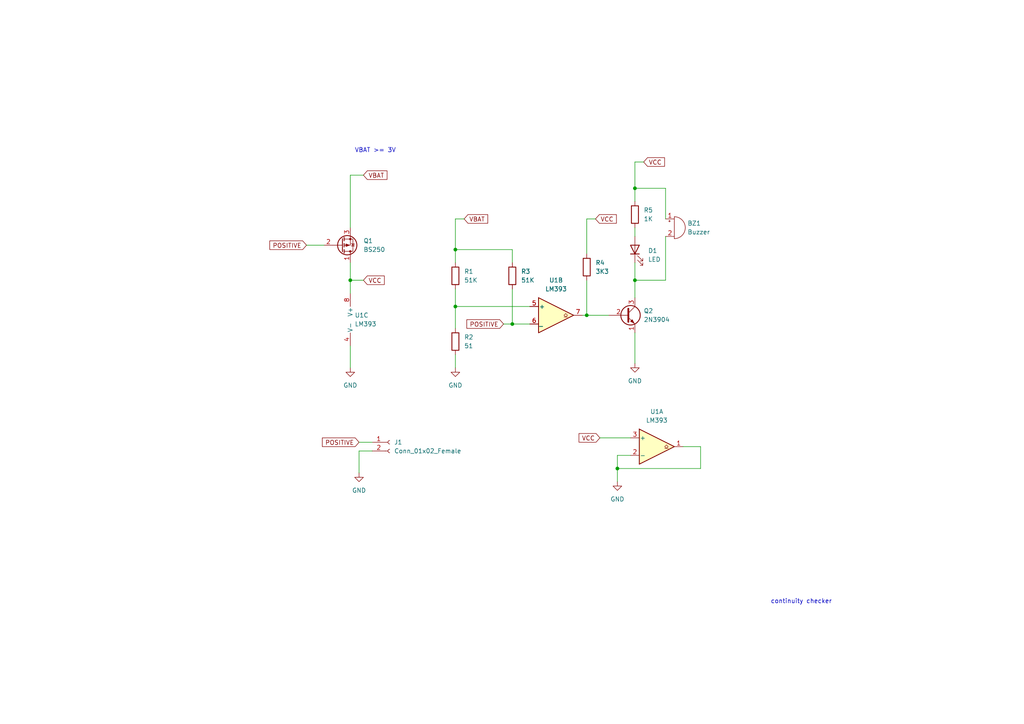
<source format=kicad_sch>
(kicad_sch (version 20211123) (generator eeschema)
  (paper "A4")
  (lib_symbols
    (symbol "Comparator:LM393" (pin_names (offset 0.127))
      (property "Reference" "U" (at 3.81 3.81 0))
      (property "Value" "LM393" (at 6.35 -3.81 0))
      (symbol "LM393_1_1"
        (polyline (pts (xy -5.08 5.08) (xy 5.08 0) (xy -5.08 -5.08) (xy -5.08 5.08)) (stroke (width 0.254)) (fill (type background)))
        (polyline (pts (xy 3.302 -0.508) (xy 2.794 -0.508) (xy 3.302 0) (xy 2.794 0.508) (xy 2.286 0) (xy 2.794 -0.508) (xy 2.286 -0.508)) (stroke (width 0.127)))
        (pin open_collector line (at 7.62 0 180) (length 2.54) (name "~") (number "1"))
        (pin input line (at -7.62 -2.54 0) (length 2.54) (name "-") (number "2"))
        (pin input line (at -7.62 2.54 0) (length 2.54) (name "+") (number "3"))
      )
      (symbol "LM393_2_1"
        (polyline (pts (xy -5.08 5.08) (xy 5.08 0) (xy -5.08 -5.08) (xy -5.08 5.08)) (stroke (width 0.254)) (fill (type background)))
        (polyline (pts (xy 3.302 -0.508) (xy 2.794 -0.508) (xy 3.302 0) (xy 2.794 0.508) (xy 2.286 0) (xy 2.794 -0.508) (xy 2.286 -0.508)) (stroke (width 0.127)))
        (pin input line (at -7.62 2.54 0) (length 2.54) (name "+") (number "5"))
        (pin input line (at -7.62 -2.54 0) (length 2.54) (name "_") (number "6"))
        (pin open_collector line (at 7.62 0 180) (length 2.54) (name "~") (number "7"))
      )
      (symbol "LM393_3_1"
        (pin power_in line (at -2.54 -7.62 90) (length 3.81) (name "V-") (number "4"))
        (pin power_in line (at -2.54 7.62 270) (length 3.81) (name "V+") (number "8"))
      )
    )
    (symbol "Connector:Conn_01x02_Female" (pin_names (offset 1.016) hide)
      (property "Reference" "J" (at 0 2.54 0))
      (property "Value" "Conn_01x02_Female" (at 0 -5.08 0))
      (symbol "Conn_01x02_Female_1_1"
        (arc (start 0 -2.032) (mid -0.508 -2.54) (end 0 -3.048) (stroke (width 0.1524)))
        (polyline (pts (xy -1.27 -2.54) (xy -0.508 -2.54)) (stroke (width 0.1524)))
        (polyline (pts (xy -1.27 0) (xy -0.508 0)) (stroke (width 0.1524)))
        (arc (start 0 0.508) (mid -0.508 0) (end 0 -0.508) (stroke (width 0.1524)))
        (pin passive line (at -5.08 0 0) (length 3.81) (name "Pin_1") (number "1"))
        (pin passive line (at -5.08 -2.54 0) (length 3.81) (name "Pin_2") (number "2"))
      )
    )
    (symbol "Device:Buzzer" (pin_names (offset 0.0254) hide)
      (property "Reference" "BZ" (at 3.81 1.27 0))
      (property "Value" "Buzzer" (at 3.81 -1.27 0))
      (symbol "Buzzer_0_1"
        (arc (start 0 -3.175) (mid 3.175 0) (end 0 3.175))
        (polyline (pts (xy -1.651 1.905) (xy -1.143 1.905)))
        (polyline (pts (xy -1.397 2.159) (xy -1.397 1.651)))
        (polyline (pts (xy 0 3.175) (xy 0 -3.175)))
      )
      (symbol "Buzzer_1_1"
        (pin passive line (at -2.54 2.54 0) (length 2.54) (name "-") (number "1"))
        (pin passive line (at -2.54 -2.54 0) (length 2.54) (name "+") (number "2"))
      )
    )
    (symbol "Device:LED" (pin_numbers hide) (pin_names (offset 1.016) hide)
      (property "Reference" "D" (at 0 2.54 0))
      (property "Value" "LED" (at 0 -2.54 0))
      (symbol "LED_0_1"
        (polyline (pts (xy -1.27 -1.27) (xy -1.27 1.27)) (stroke (width 0.254)))
        (polyline (pts (xy -1.27 0) (xy 1.27 0)))
        (polyline (pts (xy 1.27 -1.27) (xy 1.27 1.27) (xy -1.27 0) (xy 1.27 -1.27)) (stroke (width 0.254)))
        (polyline (pts (xy -3.048 -0.762) (xy -4.572 -2.286) (xy -3.81 -2.286) (xy -4.572 -2.286) (xy -4.572 -1.524)))
        (polyline (pts (xy -1.778 -0.762) (xy -3.302 -2.286) (xy -2.54 -2.286) (xy -3.302 -2.286) (xy -3.302 -1.524)))
      )
      (symbol "LED_1_1"
        (pin passive line (at -3.81 0 0) (length 2.54) (name "K") (number "1"))
        (pin passive line (at 3.81 0 180) (length 2.54) (name "A") (number "2"))
      )
    )
    (symbol "Device:R" (pin_numbers hide) (pin_names (offset 0))
      (property "Reference" "R" (at 2.032 0 90))
      (property "Value" "R" (at 0 0 90))
      (symbol "R_0_1"
        (rectangle (start -1.016 -2.54) (end 1.016 2.54) (stroke (width 0.254)))
      )
      (symbol "R_1_1"
        (pin passive line (at 0 3.81 270) (length 1.27) (name "~") (number "1"))
        (pin passive line (at 0 -3.81 90) (length 1.27) (name "~") (number "2"))
      )
    )
    (symbol "Transistor_BJT:2N3904" (pin_names (offset 0) hide)
      (property "Reference" "Q" (at 5.08 1.905 0))
      (property "Value" "2N3904" (at 5.08 0 0))
      (symbol "2N3904_0_1"
        (polyline (pts (xy 0.635 0.635) (xy 2.54 2.54)))
        (polyline (pts (xy 0.635 -0.635) (xy 2.54 -2.54) (xy 2.54 -2.54)))
        (polyline (pts (xy 0.635 1.905) (xy 0.635 -1.905) (xy 0.635 -1.905)) (stroke (width 0.508)))
        (polyline (pts (xy 1.27 -1.778) (xy 1.778 -1.27) (xy 2.286 -2.286) (xy 1.27 -1.778) (xy 1.27 -1.778)) (fill (type outline)))
        (circle (center 1.27 0) (radius 2.8194) (stroke (width 0.254)))
      )
      (symbol "2N3904_1_1"
        (pin passive line (at 2.54 -5.08 90) (length 2.54) (name "E") (number "1"))
        (pin passive line (at -5.08 0 0) (length 5.715) (name "B") (number "2"))
        (pin passive line (at 2.54 5.08 270) (length 2.54) (name "C") (number "3"))
      )
    )
    (symbol "Transistor_FET:BS250" (pin_names hide)
      (property "Reference" "Q" (at 5.08 1.905 0))
      (property "Value" "BS250" (at 5.08 0 0))
      (symbol "BS250_0_1"
        (polyline (pts (xy 0.254 0) (xy -2.54 0)))
        (polyline (pts (xy 0.254 1.905) (xy 0.254 -1.905)) (stroke (width 0.254)))
        (polyline (pts (xy 0.762 -1.27) (xy 0.762 -2.286)) (stroke (width 0.254)))
        (polyline (pts (xy 0.762 0.508) (xy 0.762 -0.508)) (stroke (width 0.254)))
        (polyline (pts (xy 0.762 2.286) (xy 0.762 1.27)) (stroke (width 0.254)))
        (polyline (pts (xy 2.54 2.54) (xy 2.54 1.778)))
        (polyline (pts (xy 2.54 -2.54) (xy 2.54 0) (xy 0.762 0)))
        (polyline (pts (xy 0.762 1.778) (xy 3.302 1.778) (xy 3.302 -1.778) (xy 0.762 -1.778)))
        (polyline (pts (xy 2.286 0) (xy 1.27 0.381) (xy 1.27 -0.381) (xy 2.286 0)) (fill (type outline)))
        (polyline (pts (xy 2.794 -0.508) (xy 2.921 -0.381) (xy 3.683 -0.381) (xy 3.81 -0.254)))
        (polyline (pts (xy 3.302 -0.381) (xy 2.921 0.254) (xy 3.683 0.254) (xy 3.302 -0.381)))
        (circle (center 1.651 0) (radius 2.794) (stroke (width 0.254)))
        (circle (center 2.54 -1.778) (radius 0.254) (fill (type outline)))
        (circle (center 2.54 1.778) (radius 0.254) (fill (type outline)))
      )
      (symbol "BS250_1_1"
        (pin passive line (at 2.54 5.08 270) (length 2.54) (name "D") (number "1"))
        (pin input line (at -5.08 0 0) (length 2.54) (name "G") (number "2"))
        (pin passive line (at 2.54 -5.08 90) (length 2.54) (name "S") (number "3"))
      )
    )
    (symbol "power:GND" (power) (pin_names (offset 0))
      (property "Value" "GND" (at 0 -3.81 0))
      (symbol "GND_0_1"
        (polyline (pts (xy 0 0) (xy 0 -1.27) (xy 1.27 -1.27) (xy 0 -2.54) (xy -1.27 -1.27) (xy 0 -1.27)))
      )
      (symbol "GND_1_1"
        (pin power_in line (at 0 0 270) (length 0) hide (name "GND") (number "1"))
      )
    )
  )
  (junction (at 132.08 88.9))
  (junction (at 184.15 81.28))
  (junction (at 132.08 72.39))
  (junction (at 148.59 93.98))
  (junction (at 170.18 91.44))
  (junction (at 184.15 54.61))
  (junction (at 179.07 135.89))
  (junction (at 101.6 81.28))
  (wire (pts (xy 104.14 130.81) (xy 107.95 130.81)))
  (wire (pts (xy 184.15 96.52) (xy 184.15 105.41)))
  (wire (pts (xy 203.2 135.89) (xy 179.07 135.89)))
  (wire (pts (xy 146.05 93.98) (xy 148.59 93.98)))
  (wire (pts (xy 203.2 129.54) (xy 203.2 135.89)))
  (wire (pts (xy 101.6 100.33) (xy 101.6 106.68)))
  (wire (pts (xy 179.07 139.7) (xy 179.07 135.89)))
  (wire (pts (xy 132.08 88.9) (xy 153.67 88.9)))
  (wire (pts (xy 132.08 63.5) (xy 132.08 72.39)))
  (wire (pts (xy 193.04 68.58) (xy 193.04 81.28)))
  (wire (pts (xy 104.14 128.27) (xy 107.95 128.27)))
  (wire (pts (xy 132.08 83.82) (xy 132.08 88.9)))
  (wire (pts (xy 101.6 81.28) (xy 101.6 85.09)))
  (wire (pts (xy 198.12 129.54) (xy 203.2 129.54)))
  (wire (pts (xy 193.04 54.61) (xy 184.15 54.61)))
  (wire (pts (xy 184.15 81.28) (xy 184.15 86.36)))
  (wire (pts (xy 132.08 72.39) (xy 132.08 76.2)))
  (wire (pts (xy 148.59 83.82) (xy 148.59 93.98)))
  (wire (pts (xy 184.15 76.2) (xy 184.15 81.28)))
  (wire (pts (xy 184.15 54.61) (xy 184.15 58.42)))
  (wire (pts (xy 88.9 71.12) (xy 93.98 71.12)))
  (wire (pts (xy 170.18 63.5) (xy 170.18 73.66)))
  (wire (pts (xy 101.6 50.8) (xy 101.6 66.04)))
  (wire (pts (xy 170.18 63.5) (xy 172.72 63.5)))
  (wire (pts (xy 184.15 66.04) (xy 184.15 68.58)))
  (wire (pts (xy 193.04 81.28) (xy 184.15 81.28)))
  (wire (pts (xy 184.15 46.99) (xy 186.69 46.99)))
  (wire (pts (xy 170.18 91.44) (xy 176.53 91.44)))
  (wire (pts (xy 132.08 102.87) (xy 132.08 106.68)))
  (wire (pts (xy 101.6 50.8) (xy 105.41 50.8)))
  (wire (pts (xy 179.07 135.89) (xy 179.07 132.08)))
  (wire (pts (xy 173.99 127) (xy 182.88 127)))
  (wire (pts (xy 193.04 63.5) (xy 193.04 54.61)))
  (wire (pts (xy 168.91 91.44) (xy 170.18 91.44)))
  (wire (pts (xy 101.6 76.2) (xy 101.6 81.28)))
  (wire (pts (xy 132.08 63.5) (xy 134.62 63.5)))
  (wire (pts (xy 104.14 137.16) (xy 104.14 130.81)))
  (wire (pts (xy 148.59 72.39) (xy 132.08 72.39)))
  (wire (pts (xy 101.6 81.28) (xy 105.41 81.28)))
  (wire (pts (xy 132.08 88.9) (xy 132.08 95.25)))
  (wire (pts (xy 184.15 46.99) (xy 184.15 54.61)))
  (wire (pts (xy 170.18 81.28) (xy 170.18 91.44)))
  (wire (pts (xy 179.07 132.08) (xy 182.88 132.08)))
  (wire (pts (xy 148.59 76.2) (xy 148.59 72.39)))
  (wire (pts (xy 148.59 93.98) (xy 153.67 93.98)))
  (text "VBAT >= 3V" (at 102.87 44.45 0) (effects (font (size 1.27 1.27)) (justify left bottom)))
  (text "continuity checker" (at 223.52 175.26 0) (effects (font (size 1.27 1.27)) (justify left bottom)))
  (global_label "POSITIVE" (shape input) (at 104.14 128.27 180) (property "Intersheet References" "${INTERSHEET_REFS}" (effects hide)))
  (global_label "POSITIVE" (shape input) (at 88.9 71.12 180) (property "Intersheet References" "${INTERSHEET_REFS}" (effects hide)))
  (global_label "VCC" (shape input) (at 186.69 46.99 0) (property "Intersheet References" "${INTERSHEET_REFS}" (effects hide)))
  (global_label "VCC" (shape input) (at 105.41 81.28 0) (property "Intersheet References" "${INTERSHEET_REFS}" (effects hide)))
  (global_label "POSITIVE" (shape input) (at 146.05 93.98 180) (property "Intersheet References" "${INTERSHEET_REFS}" (effects hide)))
  (global_label "VCC" (shape input) (at 173.99 127 180) (property "Intersheet References" "${INTERSHEET_REFS}" (effects hide)))
  (global_label "VBAT" (shape input) (at 105.41 50.8 0) (property "Intersheet References" "${INTERSHEET_REFS}" (effects hide)))
  (global_label "VCC" (shape input) (at 172.72 63.5 0) (property "Intersheet References" "${INTERSHEET_REFS}" (effects hide)))
  (global_label "VBAT" (shape input) (at 134.62 63.5 0) (property "Intersheet References" "${INTERSHEET_REFS}" (effects hide)))
  (symbol (lib_id "power:GND") (at 104.14 137.16 0) (unit 1)
    (property "Reference" "#PWR02" (effects hide))
    (property "Value" "GND" (at 104.14 142.24 0))
  )
  (symbol (lib_id "Transistor_BJT:2N3904") (at 181.61 91.44 0) (unit 1)
    (property "Reference" "Q2" (at 186.69 90.1699 0) (effects (justify left)))
    (property "Value" "2N3904" (at 186.69 92.7099 0) (effects (justify left)))
    (property "Footprint" "Package_TO_SOT_THT:TO-92_Inline" (effects hide))
    (property "Datasheet" "https://www.onsemi.com/pub/Collateral/2N3903-D.PDF" (effects hide))
  )
  (symbol (lib_id "Connector:Conn_01x02_Female") (at 113.03 128.27 0) (unit 1)
    (property "Reference" "J1" (at 114.3 128.2699 0) (effects (justify left)))
    (property "Value" "Conn_01x02_Female" (at 114.3 130.8099 0) (effects (justify left)))
  )
  (symbol (lib_id "power:GND") (at 179.07 139.7 0) (unit 1)
    (property "Reference" "#PWR04" (effects hide))
    (property "Value" "GND" (at 179.07 144.78 0))
  )
  (symbol (lib_id "power:GND") (at 184.15 105.41 0) (unit 1)
    (property "Reference" "#PWR05" (effects hide))
    (property "Value" "GND" (at 184.15 110.49 0))
  )
  (symbol (lib_id "Device:R") (at 184.15 62.23 0) (unit 1)
    (property "Reference" "R5" (at 186.69 60.9599 0) (effects (justify left)))
    (property "Value" "1K" (at 186.69 63.4999 0) (effects (justify left)))
  )
  (symbol (lib_id "Device:Buzzer") (at 195.58 66.04 0) (unit 1)
    (property "Reference" "BZ1" (at 199.39 64.7699 0) (effects (justify left)))
    (property "Value" "Buzzer" (at 199.39 67.3099 0) (effects (justify left)))
  )
  (symbol (lib_id "Device:R") (at 132.08 80.01 0) (unit 1)
    (property "Reference" "R1" (at 134.62 78.7399 0) (effects (justify left)))
    (property "Value" "51K" (at 134.62 81.2799 0) (effects (justify left)))
  )
  (symbol (lib_id "Device:R") (at 148.59 80.01 0) (unit 1)
    (property "Reference" "R3" (at 151.13 78.7399 0) (effects (justify left)))
    (property "Value" "51K" (at 151.13 81.2799 0) (effects (justify left)))
  )
  (symbol (lib_id "Comparator:LM393") (at 161.29 91.44 0) (unit 2)
    (property "Reference" "U1" (at 161.29 81.28 0))
    (property "Value" "LM393" (at 161.29 83.82 0))
    (property "Datasheet" "http://www.ti.com/lit/ds/symlink/lm393.pdf" (effects hide))
  )
  (symbol (lib_id "Device:LED") (at 184.15 72.39 90) (unit 1)
    (property "Reference" "D1" (at 187.96 72.7074 90) (effects (justify right)))
    (property "Value" "LED" (at 187.96 75.2474 90) (effects (justify right)))
  )
  (symbol (lib_id "power:GND") (at 132.08 106.68 0) (unit 1)
    (property "Reference" "#PWR03" (effects hide))
    (property "Value" "GND" (at 132.08 111.76 0))
  )
  (symbol (lib_id "power:GND") (at 101.6 106.68 0) (unit 1)
    (property "Reference" "#PWR01" (effects hide))
    (property "Value" "GND" (at 101.6 111.76 0))
  )
  (symbol (lib_id "Device:R") (at 170.18 77.47 0) (unit 1)
    (property "Reference" "R4" (at 172.72 76.1999 0) (effects (justify left)))
    (property "Value" "3K3" (at 172.72 78.7399 0) (effects (justify left)))
  )
  (symbol (lib_id "Transistor_FET:BS250") (at 99.06 71.12 0) (mirror x) (unit 1)
    (property "Reference" "Q1" (at 105.41 69.8499 0) (effects (justify left)))
    (property "Value" "BS250" (at 105.41 72.3899 0) (effects (justify left)))
    (property "Footprint" "Package_TO_SOT_THT:TO-92_Inline" (effects hide))
    (property "Datasheet" "http://www.vishay.com/docs/70209/70209.pdf" (effects hide))
  )
  (symbol (lib_id "Comparator:LM393") (at 104.14 92.71 0) (unit 3)
    (property "Reference" "U1" (at 102.87 91.4399 0) (effects (justify left)))
    (property "Value" "LM393" (at 102.87 93.9799 0) (effects (justify left)))
    (property "Datasheet" "http://www.ti.com/lit/ds/symlink/lm393.pdf" (effects hide))
  )
  (symbol (lib_id "Comparator:LM393") (at 190.5 129.54 0) (unit 1)
    (property "Reference" "U1" (at 190.5 119.38 0))
    (property "Value" "LM393" (at 190.5 121.92 0))
    (property "Datasheet" "http://www.ti.com/lit/ds/symlink/lm393.pdf" (effects hide))
  )
  (symbol (lib_id "Device:R") (at 132.08 99.06 0) (unit 1)
    (property "Reference" "R2" (at 134.62 97.7899 0) (effects (justify left)))
    (property "Value" "51" (at 134.62 100.3299 0) (effects (justify left)))
  )
)
</source>
